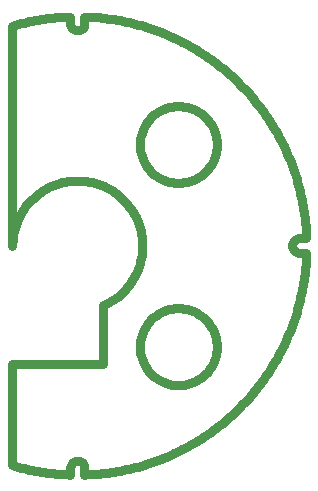
<source format=gm1>
G04*
G04 #@! TF.GenerationSoftware,Altium Limited,Altium Designer,20.0.13 (296)*
G04*
G04 Layer_Color=16711935*
%FSLAX25Y25*%
%MOIN*%
G70*
G01*
G75*
%ADD44C,0.03150*%
D44*
X-2362Y74016D02*
X-2128Y72991D01*
X-1473Y72169D01*
X-526Y71713D01*
X526D01*
X1473Y72169D01*
X2128Y72991D01*
X2362Y74016D01*
X-2362Y76341D02*
X-3341Y76305D01*
X-4320Y76256D01*
X-5297Y76194D01*
X-6274Y76120D01*
X-7250Y76033D01*
X-8224Y75934D01*
X-9198Y75822D01*
X-10169Y75698D01*
X-11139Y75561D01*
X-12107Y75412D01*
X-13074Y75251D01*
X-14038Y75077D01*
X-14999Y74891D01*
X-15959Y74692D01*
X-16915Y74481D01*
X-17869Y74258D01*
X-18820Y74023D01*
X-19768Y73776D01*
X-20712Y73516D01*
X-21654Y73244D01*
X8661Y-19846D02*
X9570Y-19424D01*
X10457Y-18961D01*
X11323Y-18457D01*
X12164Y-17914D01*
X12979Y-17333D01*
X13766Y-16714D01*
X14524Y-16060D01*
X15251Y-15371D01*
X15946Y-14650D01*
X16606Y-13897D01*
X17231Y-13114D01*
X17818Y-12304D01*
X18368Y-11467D01*
X18879Y-10605D01*
X19349Y-9721D01*
X19777Y-8817D01*
X20164Y-7893D01*
X20507Y-6952D01*
X20807Y-5997D01*
X21062Y-5029D01*
X21271Y-4049D01*
X21436Y-3062D01*
X21555Y-2067D01*
X21627Y-1069D01*
X21653Y-68D01*
X21633Y933D01*
X21567Y1932D01*
X21455Y2927D01*
X21296Y3916D01*
X21093Y4896D01*
X20844Y5866D01*
X20550Y6824D01*
X20213Y7766D01*
X19832Y8692D01*
X19409Y9600D01*
X18945Y10487D01*
X18440Y11351D01*
X17895Y12192D01*
X17312Y13006D01*
X16693Y13792D01*
X16037Y14549D01*
X15347Y15275D01*
X14625Y15968D01*
X13871Y16627D01*
X13087Y17251D01*
X12276Y17838D01*
X11438Y18386D01*
X10576Y18895D01*
X9691Y19364D01*
X8786Y19791D01*
X7861Y20176D01*
X6920Y20518D01*
X5964Y20816D01*
X4996Y21069D01*
X4016Y21278D01*
X3028Y21441D01*
X2034Y21558D01*
X1035Y21629D01*
X34Y21654D01*
X-967Y21632D01*
X-1966Y21564D01*
X-2961Y21450D01*
X-3949Y21290D01*
X-4929Y21085D01*
X-5899Y20835D01*
X-6856Y20540D01*
X-7798Y20201D01*
X-8723Y19819D01*
X-9630Y19394D01*
X-10516Y18928D01*
X-11380Y18422D01*
X-12220Y17876D01*
X-13033Y17292D01*
X-13818Y16671D01*
X-14574Y16014D01*
X-15299Y15324D01*
X-15991Y14600D01*
X-16649Y13845D01*
X-17271Y13060D01*
X-17857Y12248D01*
X-18404Y11410D01*
X-18912Y10547D01*
X-19379Y9661D01*
X-19805Y8755D01*
X-20188Y7830D01*
X-20529Y6888D01*
X-20825Y5932D01*
X-21077Y4963D01*
X-21284Y3983D01*
X-21445Y2995D01*
X-21561Y2000D01*
X-21630Y1001D01*
X-21654Y0D01*
Y-73244D02*
X-20712Y-73516D01*
X-19768Y-73776D01*
X-18820Y-74023D01*
X-17869Y-74258D01*
X-16915Y-74481D01*
X-15958Y-74692D01*
X-14999Y-74891D01*
X-14038Y-75077D01*
X-13073Y-75251D01*
X-12107Y-75412D01*
X-11139Y-75561D01*
X-10169Y-75698D01*
X-9197Y-75822D01*
X-8224Y-75934D01*
X-7250Y-76033D01*
X-6274Y-76120D01*
X-5297Y-76194D01*
X-4319Y-76256D01*
X-3341Y-76305D01*
X-2362Y-76341D01*
X2362Y-74016D02*
X2128Y-72991D01*
X1473Y-72169D01*
X526Y-71713D01*
X-526D01*
X-1473Y-72169D01*
X-2128Y-72991D01*
X-2362Y-74016D01*
X2362Y-76341D02*
X3364Y-76304D01*
X4365Y-76253D01*
X5365Y-76189D01*
X6364Y-76112D01*
X7362Y-76022D01*
X8359Y-75919D01*
X9354Y-75803D01*
X10348Y-75674D01*
X11340Y-75531D01*
X12330Y-75376D01*
X13318Y-75208D01*
X14304Y-75027D01*
X15287Y-74832D01*
X16268Y-74625D01*
X17245Y-74406D01*
X18220Y-74173D01*
X19192Y-73927D01*
X20160Y-73669D01*
X21125Y-73398D01*
X22086Y-73115D01*
X23044Y-72819D01*
X23997Y-72510D01*
X24947Y-72189D01*
X25892Y-71855D01*
X26832Y-71510D01*
X27768Y-71151D01*
X28699Y-70781D01*
X29626Y-70398D01*
X30547Y-70003D01*
X31463Y-69597D01*
X32373Y-69178D01*
X33278Y-68747D01*
X34177Y-68305D01*
X35070Y-67850D01*
X35958Y-67384D01*
X36839Y-66907D01*
X37713Y-66417D01*
X38582Y-65917D01*
X39443Y-65405D01*
X40298Y-64882D01*
X41146Y-64348D01*
X41987Y-63802D01*
X42820Y-63246D01*
X43646Y-62678D01*
X44465Y-62100D01*
X45276Y-61512D01*
X46079Y-60912D01*
X46874Y-60302D01*
X47662Y-59682D01*
X48441Y-59052D01*
X49211Y-58411D01*
X49973Y-57760D01*
X50727Y-57100D01*
X51472Y-56429D01*
X52208Y-55749D01*
X52935Y-55059D01*
X53653Y-54360D01*
X54361Y-53651D01*
X55061Y-52933D01*
X55750Y-52206D01*
X56431Y-51470D01*
X57101Y-50725D01*
X57762Y-49972D01*
X58412Y-49209D01*
X59053Y-48439D01*
X59684Y-47660D01*
X60304Y-46873D01*
X60914Y-46077D01*
X61513Y-45274D01*
X62102Y-44463D01*
X62680Y-43644D01*
X63247Y-42818D01*
X63803Y-41985D01*
X64349Y-41144D01*
X64883Y-40296D01*
X65406Y-39441D01*
X65918Y-38580D01*
X66419Y-37712D01*
X66908Y-36837D01*
X67385Y-35956D01*
X67851Y-35068D01*
X68306Y-34175D01*
X68748Y-33276D01*
X69179Y-32371D01*
X69598Y-31461D01*
X70004Y-30545D01*
X70399Y-29623D01*
X70782Y-28697D01*
X71152Y-27766D01*
X71510Y-26830D01*
X71856Y-25890D01*
X72190Y-24944D01*
X72511Y-23995D01*
X72820Y-23042D01*
X73115Y-22084D01*
X73399Y-21123D01*
X73670Y-20158D01*
X73928Y-19190D01*
X74173Y-18218D01*
X74406Y-17243D01*
X74626Y-16265D01*
X74833Y-15285D01*
X75027Y-14302D01*
X75208Y-13316D01*
X75376Y-12328D01*
X75532Y-11338D01*
X75674Y-10346D01*
X75803Y-9352D01*
X75919Y-8357D01*
X76022Y-7360D01*
X76113Y-6362D01*
X76190Y-5362D01*
X76253Y-4362D01*
X76304Y-3361D01*
X76341Y-2362D01*
X74016Y2362D02*
X72991Y2128D01*
X72169Y1473D01*
X71713Y526D01*
Y-526D01*
X72169Y-1473D01*
X72991Y-2128D01*
X74016Y-2362D01*
X76341Y2362D02*
X76304Y3364D01*
X76253Y4364D01*
X76189Y5365D01*
X76112Y6364D01*
X76022Y7362D01*
X75919Y8359D01*
X75803Y9354D01*
X75674Y10348D01*
X75531Y11340D01*
X75376Y12330D01*
X75208Y13318D01*
X75027Y14304D01*
X74832Y15287D01*
X74625Y16267D01*
X74406Y17245D01*
X74173Y18220D01*
X73927Y19192D01*
X73669Y20160D01*
X73399Y21125D01*
X73115Y22086D01*
X72819Y23043D01*
X72510Y23997D01*
X72189Y24946D01*
X71856Y25891D01*
X71510Y26832D01*
X71152Y27768D01*
X70781Y28699D01*
X70398Y29625D01*
X70004Y30546D01*
X69597Y31462D01*
X69178Y32372D01*
X68747Y33277D01*
X68305Y34177D01*
X67851Y35070D01*
X67385Y35957D01*
X66907Y36838D01*
X66418Y37713D01*
X65917Y38581D01*
X65405Y39443D01*
X64882Y40297D01*
X64348Y41145D01*
X63803Y41986D01*
X63246Y42819D01*
X62679Y43646D01*
X62101Y44464D01*
X61512Y45275D01*
X60913Y46078D01*
X60303Y46874D01*
X59683Y47661D01*
X59052Y48440D01*
X58412Y49211D01*
X57761Y49973D01*
X57100Y50726D01*
X56430Y51471D01*
X55750Y52207D01*
X55060Y52934D01*
X54361Y53652D01*
X53652Y54361D01*
X52934Y55060D01*
X52207Y55750D01*
X51471Y56430D01*
X50726Y57100D01*
X49973Y57761D01*
X49211Y58412D01*
X48440Y59052D01*
X47661Y59683D01*
X46874Y60303D01*
X46079Y60913D01*
X45275Y61512D01*
X44464Y62101D01*
X43646Y62679D01*
X42819Y63246D01*
X41986Y63803D01*
X41145Y64348D01*
X40297Y64882D01*
X39443Y65405D01*
X38581Y65917D01*
X37713Y66418D01*
X36838Y66907D01*
X35957Y67385D01*
X35070Y67851D01*
X34177Y68305D01*
X33277Y68747D01*
X32373Y69178D01*
X31462Y69597D01*
X30546Y70004D01*
X29625Y70398D01*
X28699Y70781D01*
X27768Y71152D01*
X26832Y71510D01*
X25891Y71856D01*
X24946Y72189D01*
X23997Y72510D01*
X23043Y72819D01*
X22086Y73115D01*
X21125Y73399D01*
X20160Y73669D01*
X19192Y73927D01*
X18220Y74173D01*
X17245Y74406D01*
X16267Y74625D01*
X15287Y74832D01*
X14304Y75027D01*
X13318Y75208D01*
X12330Y75376D01*
X11340Y75531D01*
X10348Y75674D01*
X9354Y75803D01*
X8359Y75919D01*
X7362Y76022D01*
X6364Y76112D01*
X5365Y76189D01*
X4365Y76253D01*
X3364Y76304D01*
X2362Y76341D01*
X46480Y-33685D02*
X46441Y-32681D01*
X46323Y-31683D01*
X46127Y-30698D01*
X45854Y-29731D01*
X45506Y-28789D01*
X45086Y-27876D01*
X44595Y-27000D01*
X44037Y-26164D01*
X43415Y-25375D01*
X42733Y-24637D01*
X41995Y-23955D01*
X41206Y-23333D01*
X40371Y-22775D01*
X39494Y-22284D01*
X38581Y-21864D01*
X37639Y-21516D01*
X36672Y-21243D01*
X35687Y-21047D01*
X34689Y-20929D01*
X33685Y-20890D01*
X32681Y-20929D01*
X31683Y-21047D01*
X30698Y-21243D01*
X29731Y-21516D01*
X28789Y-21864D01*
X27876Y-22284D01*
X27000Y-22775D01*
X26164Y-23333D01*
X25375Y-23955D01*
X24637Y-24637D01*
X23955Y-25375D01*
X23333Y-26164D01*
X22775Y-27000D01*
X22284Y-27876D01*
X21864Y-28789D01*
X21516Y-29731D01*
X21243Y-30698D01*
X21047Y-31683D01*
X20929Y-32681D01*
X20890Y-33685D01*
X20929Y-34689D01*
X21047Y-35687D01*
X21243Y-36672D01*
X21516Y-37639D01*
X21864Y-38581D01*
X22284Y-39494D01*
X22775Y-40371D01*
X23333Y-41206D01*
X23955Y-41995D01*
X24637Y-42733D01*
X25375Y-43415D01*
X26164Y-44037D01*
X27000Y-44595D01*
X27876Y-45086D01*
X28789Y-45506D01*
X29731Y-45854D01*
X30698Y-46127D01*
X31683Y-46323D01*
X32681Y-46441D01*
X33685Y-46480D01*
X34689Y-46441D01*
X35687Y-46323D01*
X36672Y-46127D01*
X37639Y-45854D01*
X38581Y-45506D01*
X39494Y-45086D01*
X40371Y-44595D01*
X41206Y-44037D01*
X41995Y-43415D01*
X42733Y-42733D01*
X43415Y-41995D01*
X44037Y-41206D01*
X44595Y-40371D01*
X45086Y-39494D01*
X45506Y-38581D01*
X45854Y-37639D01*
X46127Y-36672D01*
X46323Y-35687D01*
X46441Y-34689D01*
X46480Y-33685D01*
Y33685D02*
X46441Y34689D01*
X46323Y35687D01*
X46127Y36672D01*
X45854Y37639D01*
X45506Y38581D01*
X45086Y39494D01*
X44595Y40371D01*
X44037Y41206D01*
X43415Y41995D01*
X42733Y42733D01*
X41995Y43415D01*
X41206Y44037D01*
X40371Y44595D01*
X39494Y45086D01*
X38581Y45506D01*
X37639Y45854D01*
X36672Y46127D01*
X35687Y46323D01*
X34689Y46441D01*
X33685Y46480D01*
X32681Y46441D01*
X31683Y46323D01*
X30698Y46127D01*
X29731Y45854D01*
X28789Y45506D01*
X27876Y45086D01*
X27000Y44595D01*
X26164Y44037D01*
X25375Y43415D01*
X24637Y42733D01*
X23955Y41995D01*
X23333Y41206D01*
X22775Y40371D01*
X22284Y39494D01*
X21864Y38581D01*
X21516Y37639D01*
X21243Y36672D01*
X21047Y35687D01*
X20929Y34689D01*
X20890Y33685D01*
X20929Y32681D01*
X21047Y31683D01*
X21243Y30698D01*
X21516Y29731D01*
X21864Y28789D01*
X22284Y27876D01*
X22775Y27000D01*
X23333Y26164D01*
X23955Y25375D01*
X24637Y24637D01*
X25375Y23955D01*
X26164Y23333D01*
X27000Y22775D01*
X27876Y22284D01*
X28789Y21864D01*
X29731Y21516D01*
X30698Y21243D01*
X31683Y21047D01*
X32681Y20929D01*
X33685Y20890D01*
X34689Y20929D01*
X35687Y21047D01*
X36672Y21243D01*
X37639Y21516D01*
X38581Y21864D01*
X39494Y22284D01*
X40371Y22775D01*
X41206Y23333D01*
X41995Y23955D01*
X42733Y24637D01*
X43415Y25375D01*
X44037Y26164D01*
X44595Y27000D01*
X45086Y27876D01*
X45506Y28789D01*
X45854Y29731D01*
X46127Y30698D01*
X46323Y31683D01*
X46441Y32681D01*
X46480Y33685D01*
X2362Y74016D02*
Y76341D01*
X-2362Y74016D02*
Y76341D01*
X-21654Y0D02*
Y73244D01*
X8661Y-39531D02*
Y-19846D01*
X-21654Y-39531D02*
X8661D01*
X-21654Y-73244D02*
Y-39531D01*
X-2362Y-76341D02*
Y-74016D01*
X2362Y-76341D02*
Y-74016D01*
X74016Y-2362D02*
X76341D01*
X74016Y2362D02*
X76341D01*
M02*

</source>
